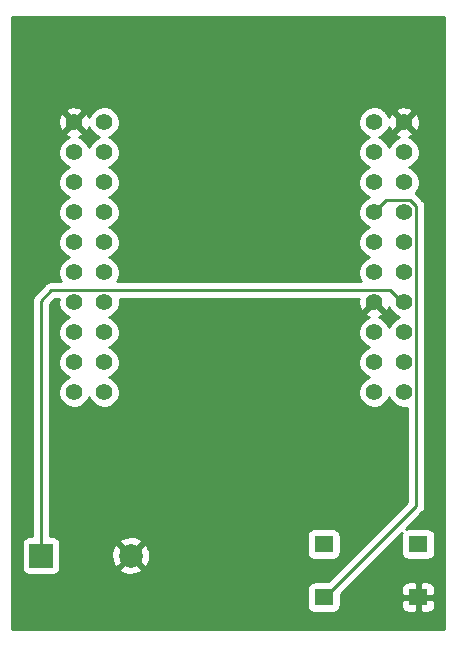
<source format=gtl>
%TF.GenerationSoftware,KiCad,Pcbnew,(5.1.9-0-10_14)*%
%TF.CreationDate,2021-02-20T18:52:58-05:00*%
%TF.ProjectId,beep_prototype,62656570-5f70-4726-9f74-6f747970652e,rev?*%
%TF.SameCoordinates,Original*%
%TF.FileFunction,Copper,L1,Top*%
%TF.FilePolarity,Positive*%
%FSLAX46Y46*%
G04 Gerber Fmt 4.6, Leading zero omitted, Abs format (unit mm)*
G04 Created by KiCad (PCBNEW (5.1.9-0-10_14)) date 2021-02-20 18:52:58*
%MOMM*%
%LPD*%
G01*
G04 APERTURE LIST*
%TA.AperFunction,ComponentPad*%
%ADD10C,1.400000*%
%TD*%
%TA.AperFunction,SMDPad,CuDef*%
%ADD11R,1.600000X1.400000*%
%TD*%
%TA.AperFunction,ComponentPad*%
%ADD12C,2.000000*%
%TD*%
%TA.AperFunction,ComponentPad*%
%ADD13R,2.000000X2.000000*%
%TD*%
%TA.AperFunction,Conductor*%
%ADD14C,0.250000*%
%TD*%
%TA.AperFunction,Conductor*%
%ADD15C,0.254000*%
%TD*%
%TA.AperFunction,Conductor*%
%ADD16C,0.100000*%
%TD*%
G04 APERTURE END LIST*
D10*
%TO.P,ESP32 DI Mini,2*%
%TO.N,Net-(U1-Pad2)*%
X132355000Y-85225000D03*
%TO.P,ESP32 DI Mini,1*%
%TO.N,GND*%
X129815000Y-85225000D03*
%TO.P,ESP32 DI Mini,3*%
%TO.N,Net-(U1-Pad3)*%
X129815000Y-87765000D03*
%TO.P,ESP32 DI Mini,4*%
%TO.N,Net-(U1-Pad4)*%
X132355000Y-87765000D03*
%TO.P,ESP32 DI Mini,5*%
%TO.N,Net-(U1-Pad5)*%
X129815000Y-90305000D03*
%TO.P,ESP32 DI Mini,6*%
%TO.N,Net-(U1-Pad6)*%
X132355000Y-90305000D03*
%TO.P,ESP32 DI Mini,7*%
%TO.N,Net-(U1-Pad7)*%
X129815000Y-92845000D03*
%TO.P,ESP32 DI Mini,8*%
%TO.N,Net-(U1-Pad8)*%
X132355000Y-92845000D03*
%TO.P,ESP32 DI Mini,9*%
%TO.N,Net-(U1-Pad9)*%
X129815000Y-95385000D03*
%TO.P,ESP32 DI Mini,10*%
%TO.N,Net-(U1-Pad10)*%
X132355000Y-95385000D03*
%TO.P,ESP32 DI Mini,11*%
%TO.N,Net-(U1-Pad11)*%
X129815000Y-97925000D03*
%TO.P,ESP32 DI Mini,12*%
%TO.N,Net-(U1-Pad12)*%
X132355000Y-97925000D03*
%TO.P,ESP32 DI Mini,13*%
%TO.N,Net-(U1-Pad13)*%
X129815000Y-100465000D03*
%TO.P,ESP32 DI Mini,14*%
%TO.N,Net-(U1-Pad14)*%
X132355000Y-100465000D03*
%TO.P,ESP32 DI Mini,15*%
%TO.N,Net-(U1-Pad15)*%
X129815000Y-103005000D03*
%TO.P,ESP32 DI Mini,16*%
%TO.N,Net-(U1-Pad16)*%
X132355000Y-103005000D03*
%TO.P,ESP32 DI Mini,17*%
%TO.N,Net-(U1-Pad17)*%
X129815000Y-105545000D03*
%TO.P,ESP32 DI Mini,18*%
%TO.N,Net-(U1-Pad18)*%
X132355000Y-105545000D03*
%TO.P,ESP32 DI Mini,19*%
%TO.N,Net-(U1-Pad19)*%
X129815000Y-108085000D03*
%TO.P,ESP32 DI Mini,20*%
%TO.N,Net-(U1-Pad20)*%
X132355000Y-108085000D03*
%TO.P,ESP32 DI Mini,21*%
%TO.N,Net-(U1-Pad21)*%
X155215000Y-85225000D03*
%TO.P,ESP32 DI Mini,22*%
%TO.N,GND*%
X157755000Y-85225000D03*
%TO.P,ESP32 DI Mini,23*%
%TO.N,Net-(U1-Pad23)*%
X155215000Y-87765000D03*
%TO.P,ESP32 DI Mini,24*%
%TO.N,Net-(U1-Pad24)*%
X157755000Y-87765000D03*
%TO.P,ESP32 DI Mini,25*%
%TO.N,Net-(U1-Pad25)*%
X155215000Y-90305000D03*
%TO.P,ESP32 DI Mini,26*%
%TO.N,Net-(U1-Pad26)*%
X157755000Y-90305000D03*
%TO.P,ESP32 DI Mini,27*%
%TO.N,Net-(SW1-Pad2)*%
X155215000Y-92845000D03*
%TO.P,ESP32 DI Mini,28*%
%TO.N,Net-(U1-Pad28)*%
X157755000Y-92845000D03*
%TO.P,ESP32 DI Mini,29*%
%TO.N,Net-(U1-Pad29)*%
X155215000Y-95385000D03*
%TO.P,ESP32 DI Mini,30*%
%TO.N,Net-(U1-Pad30)*%
X157755000Y-95385000D03*
%TO.P,ESP32 DI Mini,31*%
%TO.N,Net-(U1-Pad31)*%
X155215000Y-97925000D03*
%TO.P,ESP32 DI Mini,32*%
%TO.N,Net-(U1-Pad32)*%
X157755000Y-97925000D03*
%TO.P,ESP32 DI Mini,33*%
%TO.N,GND*%
X155215000Y-100465000D03*
%TO.P,ESP32 DI Mini,34*%
%TO.N,Net-(BZ1-Pad1)*%
X157755000Y-100465000D03*
%TO.P,ESP32 DI Mini,35*%
%TO.N,+5V*%
X155215000Y-103005000D03*
%TO.P,ESP32 DI Mini,36*%
%TO.N,Net-(U1-Pad36)*%
X157755000Y-103005000D03*
%TO.P,ESP32 DI Mini,37*%
%TO.N,Net-(U1-Pad37)*%
X155215000Y-105545000D03*
%TO.P,ESP32 DI Mini,38*%
%TO.N,Net-(U1-Pad38)*%
X157755000Y-105545000D03*
%TO.P,ESP32 DI Mini,39*%
%TO.N,Net-(U1-Pad39)*%
X155215000Y-108085000D03*
%TO.P,ESP32 DI Mini,40*%
%TO.N,Net-(U1-Pad40)*%
X157755000Y-108085000D03*
%TD*%
D11*
%TO.P,SW1,3*%
%TO.N,N/C*%
X158940000Y-120940000D03*
%TO.P,SW1,4*%
X150940000Y-120940000D03*
%TO.P,SW1,1*%
%TO.N,GND*%
X158940000Y-125440000D03*
%TO.P,SW1,2*%
%TO.N,Net-(SW1-Pad2)*%
X150940000Y-125440000D03*
%TD*%
D12*
%TO.P,BZ1,2*%
%TO.N,GND*%
X134600000Y-121920000D03*
D13*
%TO.P,BZ1,1*%
%TO.N,Net-(BZ1-Pad1)*%
X127000000Y-121920000D03*
%TD*%
D14*
%TO.N,Net-(BZ1-Pad1)*%
X127000000Y-121920000D02*
X127000000Y-100330000D01*
X157615000Y-100465000D02*
X157755000Y-100465000D01*
X156589999Y-99439999D02*
X157615000Y-100465000D01*
X127890001Y-99439999D02*
X156589999Y-99439999D01*
X127000000Y-100330000D02*
X127890001Y-99439999D01*
%TO.N,Net-(SW1-Pad2)*%
X150940000Y-125440000D02*
X150940000Y-125540000D01*
X156240001Y-91819999D02*
X155215000Y-92845000D01*
X158247001Y-91819999D02*
X156240001Y-91819999D01*
X158780001Y-92352999D02*
X158247001Y-91819999D01*
X158780001Y-117699999D02*
X158780001Y-92352999D01*
X150940000Y-125540000D02*
X158780001Y-117699999D01*
%TD*%
D15*
%TO.N,GND*%
X161163000Y-128143000D02*
X124587000Y-128143000D01*
X124587000Y-120920000D01*
X125361928Y-120920000D01*
X125361928Y-122920000D01*
X125374188Y-123044482D01*
X125410498Y-123164180D01*
X125469463Y-123274494D01*
X125548815Y-123371185D01*
X125645506Y-123450537D01*
X125755820Y-123509502D01*
X125875518Y-123545812D01*
X126000000Y-123558072D01*
X128000000Y-123558072D01*
X128124482Y-123545812D01*
X128244180Y-123509502D01*
X128354494Y-123450537D01*
X128451185Y-123371185D01*
X128530537Y-123274494D01*
X128589502Y-123164180D01*
X128622496Y-123055413D01*
X133644192Y-123055413D01*
X133739956Y-123319814D01*
X134029571Y-123460704D01*
X134341108Y-123542384D01*
X134662595Y-123561718D01*
X134981675Y-123517961D01*
X135286088Y-123412795D01*
X135460044Y-123319814D01*
X135555808Y-123055413D01*
X134600000Y-122099605D01*
X133644192Y-123055413D01*
X128622496Y-123055413D01*
X128625812Y-123044482D01*
X128638072Y-122920000D01*
X128638072Y-121982595D01*
X132958282Y-121982595D01*
X133002039Y-122301675D01*
X133107205Y-122606088D01*
X133200186Y-122780044D01*
X133464587Y-122875808D01*
X134420395Y-121920000D01*
X134779605Y-121920000D01*
X135735413Y-122875808D01*
X135999814Y-122780044D01*
X136140704Y-122490429D01*
X136222384Y-122178892D01*
X136241718Y-121857405D01*
X136197961Y-121538325D01*
X136092795Y-121233912D01*
X135999814Y-121059956D01*
X135735413Y-120964192D01*
X134779605Y-121920000D01*
X134420395Y-121920000D01*
X133464587Y-120964192D01*
X133200186Y-121059956D01*
X133059296Y-121349571D01*
X132977616Y-121661108D01*
X132958282Y-121982595D01*
X128638072Y-121982595D01*
X128638072Y-120920000D01*
X128625812Y-120795518D01*
X128622497Y-120784587D01*
X133644192Y-120784587D01*
X134600000Y-121740395D01*
X135555808Y-120784587D01*
X135460044Y-120520186D01*
X135170429Y-120379296D01*
X134858892Y-120297616D01*
X134537405Y-120278282D01*
X134218325Y-120322039D01*
X133913912Y-120427205D01*
X133739956Y-120520186D01*
X133644192Y-120784587D01*
X128622497Y-120784587D01*
X128589502Y-120675820D01*
X128530537Y-120565506D01*
X128451185Y-120468815D01*
X128354494Y-120389463D01*
X128244180Y-120330498D01*
X128124482Y-120294188D01*
X128000000Y-120281928D01*
X127760000Y-120281928D01*
X127760000Y-120240000D01*
X149501928Y-120240000D01*
X149501928Y-121640000D01*
X149514188Y-121764482D01*
X149550498Y-121884180D01*
X149609463Y-121994494D01*
X149688815Y-122091185D01*
X149785506Y-122170537D01*
X149895820Y-122229502D01*
X150015518Y-122265812D01*
X150140000Y-122278072D01*
X151740000Y-122278072D01*
X151864482Y-122265812D01*
X151984180Y-122229502D01*
X152094494Y-122170537D01*
X152191185Y-122091185D01*
X152270537Y-121994494D01*
X152329502Y-121884180D01*
X152365812Y-121764482D01*
X152378072Y-121640000D01*
X152378072Y-120240000D01*
X152365812Y-120115518D01*
X152329502Y-119995820D01*
X152270537Y-119885506D01*
X152191185Y-119788815D01*
X152094494Y-119709463D01*
X151984180Y-119650498D01*
X151864482Y-119614188D01*
X151740000Y-119601928D01*
X150140000Y-119601928D01*
X150015518Y-119614188D01*
X149895820Y-119650498D01*
X149785506Y-119709463D01*
X149688815Y-119788815D01*
X149609463Y-119885506D01*
X149550498Y-119995820D01*
X149514188Y-120115518D01*
X149501928Y-120240000D01*
X127760000Y-120240000D01*
X127760000Y-100644802D01*
X128204803Y-100199999D01*
X128506558Y-100199999D01*
X128480000Y-100333514D01*
X128480000Y-100596486D01*
X128531304Y-100854405D01*
X128631939Y-101097359D01*
X128778038Y-101316013D01*
X128963987Y-101501962D01*
X129182641Y-101648061D01*
X129392530Y-101735000D01*
X129182641Y-101821939D01*
X128963987Y-101968038D01*
X128778038Y-102153987D01*
X128631939Y-102372641D01*
X128531304Y-102615595D01*
X128480000Y-102873514D01*
X128480000Y-103136486D01*
X128531304Y-103394405D01*
X128631939Y-103637359D01*
X128778038Y-103856013D01*
X128963987Y-104041962D01*
X129182641Y-104188061D01*
X129392530Y-104275000D01*
X129182641Y-104361939D01*
X128963987Y-104508038D01*
X128778038Y-104693987D01*
X128631939Y-104912641D01*
X128531304Y-105155595D01*
X128480000Y-105413514D01*
X128480000Y-105676486D01*
X128531304Y-105934405D01*
X128631939Y-106177359D01*
X128778038Y-106396013D01*
X128963987Y-106581962D01*
X129182641Y-106728061D01*
X129392530Y-106815000D01*
X129182641Y-106901939D01*
X128963987Y-107048038D01*
X128778038Y-107233987D01*
X128631939Y-107452641D01*
X128531304Y-107695595D01*
X128480000Y-107953514D01*
X128480000Y-108216486D01*
X128531304Y-108474405D01*
X128631939Y-108717359D01*
X128778038Y-108936013D01*
X128963987Y-109121962D01*
X129182641Y-109268061D01*
X129425595Y-109368696D01*
X129683514Y-109420000D01*
X129946486Y-109420000D01*
X130204405Y-109368696D01*
X130447359Y-109268061D01*
X130666013Y-109121962D01*
X130851962Y-108936013D01*
X130998061Y-108717359D01*
X131085000Y-108507470D01*
X131171939Y-108717359D01*
X131318038Y-108936013D01*
X131503987Y-109121962D01*
X131722641Y-109268061D01*
X131965595Y-109368696D01*
X132223514Y-109420000D01*
X132486486Y-109420000D01*
X132744405Y-109368696D01*
X132987359Y-109268061D01*
X133206013Y-109121962D01*
X133391962Y-108936013D01*
X133538061Y-108717359D01*
X133638696Y-108474405D01*
X133690000Y-108216486D01*
X133690000Y-107953514D01*
X133638696Y-107695595D01*
X133538061Y-107452641D01*
X133391962Y-107233987D01*
X133206013Y-107048038D01*
X132987359Y-106901939D01*
X132777470Y-106815000D01*
X132987359Y-106728061D01*
X133206013Y-106581962D01*
X133391962Y-106396013D01*
X133538061Y-106177359D01*
X133638696Y-105934405D01*
X133690000Y-105676486D01*
X133690000Y-105413514D01*
X133638696Y-105155595D01*
X133538061Y-104912641D01*
X133391962Y-104693987D01*
X133206013Y-104508038D01*
X132987359Y-104361939D01*
X132777470Y-104275000D01*
X132987359Y-104188061D01*
X133206013Y-104041962D01*
X133391962Y-103856013D01*
X133538061Y-103637359D01*
X133638696Y-103394405D01*
X133690000Y-103136486D01*
X133690000Y-102873514D01*
X133638696Y-102615595D01*
X133538061Y-102372641D01*
X133391962Y-102153987D01*
X133206013Y-101968038D01*
X132987359Y-101821939D01*
X132777470Y-101735000D01*
X132987359Y-101648061D01*
X133206013Y-101501962D01*
X133391962Y-101316013D01*
X133538061Y-101097359D01*
X133638696Y-100854405D01*
X133690000Y-100596486D01*
X133690000Y-100333514D01*
X133663442Y-100199999D01*
X153905514Y-100199999D01*
X153886817Y-100276740D01*
X153875610Y-100539473D01*
X153915875Y-100799344D01*
X154006065Y-101046366D01*
X154059963Y-101147203D01*
X154293731Y-101206664D01*
X155035395Y-100465000D01*
X155021253Y-100450858D01*
X155200858Y-100271253D01*
X155215000Y-100285395D01*
X155229143Y-100271253D01*
X155408748Y-100450858D01*
X155394605Y-100465000D01*
X156136269Y-101206664D01*
X156370037Y-101147203D01*
X156480934Y-100908758D01*
X156485706Y-100889173D01*
X156571939Y-101097359D01*
X156718038Y-101316013D01*
X156903987Y-101501962D01*
X157122641Y-101648061D01*
X157332530Y-101735000D01*
X157122641Y-101821939D01*
X156903987Y-101968038D01*
X156718038Y-102153987D01*
X156571939Y-102372641D01*
X156485000Y-102582530D01*
X156398061Y-102372641D01*
X156251962Y-102153987D01*
X156066013Y-101968038D01*
X155847359Y-101821939D01*
X155633556Y-101733379D01*
X155796366Y-101673935D01*
X155897203Y-101620037D01*
X155956664Y-101386269D01*
X155215000Y-100644605D01*
X154473336Y-101386269D01*
X154532797Y-101620037D01*
X154771242Y-101730934D01*
X154790827Y-101735706D01*
X154582641Y-101821939D01*
X154363987Y-101968038D01*
X154178038Y-102153987D01*
X154031939Y-102372641D01*
X153931304Y-102615595D01*
X153880000Y-102873514D01*
X153880000Y-103136486D01*
X153931304Y-103394405D01*
X154031939Y-103637359D01*
X154178038Y-103856013D01*
X154363987Y-104041962D01*
X154582641Y-104188061D01*
X154792530Y-104275000D01*
X154582641Y-104361939D01*
X154363987Y-104508038D01*
X154178038Y-104693987D01*
X154031939Y-104912641D01*
X153931304Y-105155595D01*
X153880000Y-105413514D01*
X153880000Y-105676486D01*
X153931304Y-105934405D01*
X154031939Y-106177359D01*
X154178038Y-106396013D01*
X154363987Y-106581962D01*
X154582641Y-106728061D01*
X154792530Y-106815000D01*
X154582641Y-106901939D01*
X154363987Y-107048038D01*
X154178038Y-107233987D01*
X154031939Y-107452641D01*
X153931304Y-107695595D01*
X153880000Y-107953514D01*
X153880000Y-108216486D01*
X153931304Y-108474405D01*
X154031939Y-108717359D01*
X154178038Y-108936013D01*
X154363987Y-109121962D01*
X154582641Y-109268061D01*
X154825595Y-109368696D01*
X155083514Y-109420000D01*
X155346486Y-109420000D01*
X155604405Y-109368696D01*
X155847359Y-109268061D01*
X156066013Y-109121962D01*
X156251962Y-108936013D01*
X156398061Y-108717359D01*
X156485000Y-108507470D01*
X156571939Y-108717359D01*
X156718038Y-108936013D01*
X156903987Y-109121962D01*
X157122641Y-109268061D01*
X157365595Y-109368696D01*
X157623514Y-109420000D01*
X157886486Y-109420000D01*
X158020001Y-109393442D01*
X158020001Y-117385197D01*
X151303271Y-124101928D01*
X150140000Y-124101928D01*
X150015518Y-124114188D01*
X149895820Y-124150498D01*
X149785506Y-124209463D01*
X149688815Y-124288815D01*
X149609463Y-124385506D01*
X149550498Y-124495820D01*
X149514188Y-124615518D01*
X149501928Y-124740000D01*
X149501928Y-126140000D01*
X149514188Y-126264482D01*
X149550498Y-126384180D01*
X149609463Y-126494494D01*
X149688815Y-126591185D01*
X149785506Y-126670537D01*
X149895820Y-126729502D01*
X150015518Y-126765812D01*
X150140000Y-126778072D01*
X151740000Y-126778072D01*
X151864482Y-126765812D01*
X151984180Y-126729502D01*
X152094494Y-126670537D01*
X152191185Y-126591185D01*
X152270537Y-126494494D01*
X152329502Y-126384180D01*
X152365812Y-126264482D01*
X152378072Y-126140000D01*
X157501928Y-126140000D01*
X157514188Y-126264482D01*
X157550498Y-126384180D01*
X157609463Y-126494494D01*
X157688815Y-126591185D01*
X157785506Y-126670537D01*
X157895820Y-126729502D01*
X158015518Y-126765812D01*
X158140000Y-126778072D01*
X158654250Y-126775000D01*
X158813000Y-126616250D01*
X158813000Y-125567000D01*
X159067000Y-125567000D01*
X159067000Y-126616250D01*
X159225750Y-126775000D01*
X159740000Y-126778072D01*
X159864482Y-126765812D01*
X159984180Y-126729502D01*
X160094494Y-126670537D01*
X160191185Y-126591185D01*
X160270537Y-126494494D01*
X160329502Y-126384180D01*
X160365812Y-126264482D01*
X160378072Y-126140000D01*
X160375000Y-125725750D01*
X160216250Y-125567000D01*
X159067000Y-125567000D01*
X158813000Y-125567000D01*
X157663750Y-125567000D01*
X157505000Y-125725750D01*
X157501928Y-126140000D01*
X152378072Y-126140000D01*
X152378072Y-125176729D01*
X152814801Y-124740000D01*
X157501928Y-124740000D01*
X157505000Y-125154250D01*
X157663750Y-125313000D01*
X158813000Y-125313000D01*
X158813000Y-124263750D01*
X159067000Y-124263750D01*
X159067000Y-125313000D01*
X160216250Y-125313000D01*
X160375000Y-125154250D01*
X160378072Y-124740000D01*
X160365812Y-124615518D01*
X160329502Y-124495820D01*
X160270537Y-124385506D01*
X160191185Y-124288815D01*
X160094494Y-124209463D01*
X159984180Y-124150498D01*
X159864482Y-124114188D01*
X159740000Y-124101928D01*
X159225750Y-124105000D01*
X159067000Y-124263750D01*
X158813000Y-124263750D01*
X158654250Y-124105000D01*
X158140000Y-124101928D01*
X158015518Y-124114188D01*
X157895820Y-124150498D01*
X157785506Y-124209463D01*
X157688815Y-124288815D01*
X157609463Y-124385506D01*
X157550498Y-124495820D01*
X157514188Y-124615518D01*
X157501928Y-124740000D01*
X152814801Y-124740000D01*
X157546804Y-120007998D01*
X157514188Y-120115518D01*
X157501928Y-120240000D01*
X157501928Y-121640000D01*
X157514188Y-121764482D01*
X157550498Y-121884180D01*
X157609463Y-121994494D01*
X157688815Y-122091185D01*
X157785506Y-122170537D01*
X157895820Y-122229502D01*
X158015518Y-122265812D01*
X158140000Y-122278072D01*
X159740000Y-122278072D01*
X159864482Y-122265812D01*
X159984180Y-122229502D01*
X160094494Y-122170537D01*
X160191185Y-122091185D01*
X160270537Y-121994494D01*
X160329502Y-121884180D01*
X160365812Y-121764482D01*
X160378072Y-121640000D01*
X160378072Y-120240000D01*
X160365812Y-120115518D01*
X160329502Y-119995820D01*
X160270537Y-119885506D01*
X160191185Y-119788815D01*
X160094494Y-119709463D01*
X159984180Y-119650498D01*
X159864482Y-119614188D01*
X159740000Y-119601928D01*
X158140000Y-119601928D01*
X158015518Y-119614188D01*
X157907998Y-119646804D01*
X159291005Y-118263797D01*
X159320002Y-118240000D01*
X159414975Y-118124275D01*
X159485547Y-117992246D01*
X159529004Y-117848985D01*
X159540001Y-117737332D01*
X159540001Y-117737324D01*
X159543677Y-117699999D01*
X159540001Y-117662674D01*
X159540001Y-92390322D01*
X159543677Y-92352999D01*
X159540001Y-92315676D01*
X159540001Y-92315666D01*
X159529004Y-92204013D01*
X159485547Y-92060752D01*
X159414975Y-91928723D01*
X159320002Y-91812998D01*
X159291003Y-91789199D01*
X158810804Y-91309001D01*
X158787002Y-91279998D01*
X158721628Y-91226347D01*
X158791962Y-91156013D01*
X158938061Y-90937359D01*
X159038696Y-90694405D01*
X159090000Y-90436486D01*
X159090000Y-90173514D01*
X159038696Y-89915595D01*
X158938061Y-89672641D01*
X158791962Y-89453987D01*
X158606013Y-89268038D01*
X158387359Y-89121939D01*
X158177470Y-89035000D01*
X158387359Y-88948061D01*
X158606013Y-88801962D01*
X158791962Y-88616013D01*
X158938061Y-88397359D01*
X159038696Y-88154405D01*
X159090000Y-87896486D01*
X159090000Y-87633514D01*
X159038696Y-87375595D01*
X158938061Y-87132641D01*
X158791962Y-86913987D01*
X158606013Y-86728038D01*
X158387359Y-86581939D01*
X158173556Y-86493379D01*
X158336366Y-86433935D01*
X158437203Y-86380037D01*
X158496664Y-86146269D01*
X157755000Y-85404605D01*
X157013336Y-86146269D01*
X157072797Y-86380037D01*
X157311242Y-86490934D01*
X157330827Y-86495706D01*
X157122641Y-86581939D01*
X156903987Y-86728038D01*
X156718038Y-86913987D01*
X156571939Y-87132641D01*
X156485000Y-87342530D01*
X156398061Y-87132641D01*
X156251962Y-86913987D01*
X156066013Y-86728038D01*
X155847359Y-86581939D01*
X155637470Y-86495000D01*
X155847359Y-86408061D01*
X156066013Y-86261962D01*
X156251962Y-86076013D01*
X156398061Y-85857359D01*
X156486621Y-85643556D01*
X156546065Y-85806366D01*
X156599963Y-85907203D01*
X156833731Y-85966664D01*
X157575395Y-85225000D01*
X157934605Y-85225000D01*
X158676269Y-85966664D01*
X158910037Y-85907203D01*
X159020934Y-85668758D01*
X159083183Y-85413260D01*
X159094390Y-85150527D01*
X159054125Y-84890656D01*
X158963935Y-84643634D01*
X158910037Y-84542797D01*
X158676269Y-84483336D01*
X157934605Y-85225000D01*
X157575395Y-85225000D01*
X156833731Y-84483336D01*
X156599963Y-84542797D01*
X156489066Y-84781242D01*
X156484294Y-84800827D01*
X156398061Y-84592641D01*
X156251962Y-84373987D01*
X156181706Y-84303731D01*
X157013336Y-84303731D01*
X157755000Y-85045395D01*
X158496664Y-84303731D01*
X158437203Y-84069963D01*
X158198758Y-83959066D01*
X157943260Y-83896817D01*
X157680527Y-83885610D01*
X157420656Y-83925875D01*
X157173634Y-84016065D01*
X157072797Y-84069963D01*
X157013336Y-84303731D01*
X156181706Y-84303731D01*
X156066013Y-84188038D01*
X155847359Y-84041939D01*
X155604405Y-83941304D01*
X155346486Y-83890000D01*
X155083514Y-83890000D01*
X154825595Y-83941304D01*
X154582641Y-84041939D01*
X154363987Y-84188038D01*
X154178038Y-84373987D01*
X154031939Y-84592641D01*
X153931304Y-84835595D01*
X153880000Y-85093514D01*
X153880000Y-85356486D01*
X153931304Y-85614405D01*
X154031939Y-85857359D01*
X154178038Y-86076013D01*
X154363987Y-86261962D01*
X154582641Y-86408061D01*
X154792530Y-86495000D01*
X154582641Y-86581939D01*
X154363987Y-86728038D01*
X154178038Y-86913987D01*
X154031939Y-87132641D01*
X153931304Y-87375595D01*
X153880000Y-87633514D01*
X153880000Y-87896486D01*
X153931304Y-88154405D01*
X154031939Y-88397359D01*
X154178038Y-88616013D01*
X154363987Y-88801962D01*
X154582641Y-88948061D01*
X154792530Y-89035000D01*
X154582641Y-89121939D01*
X154363987Y-89268038D01*
X154178038Y-89453987D01*
X154031939Y-89672641D01*
X153931304Y-89915595D01*
X153880000Y-90173514D01*
X153880000Y-90436486D01*
X153931304Y-90694405D01*
X154031939Y-90937359D01*
X154178038Y-91156013D01*
X154363987Y-91341962D01*
X154582641Y-91488061D01*
X154792530Y-91575000D01*
X154582641Y-91661939D01*
X154363987Y-91808038D01*
X154178038Y-91993987D01*
X154031939Y-92212641D01*
X153931304Y-92455595D01*
X153880000Y-92713514D01*
X153880000Y-92976486D01*
X153931304Y-93234405D01*
X154031939Y-93477359D01*
X154178038Y-93696013D01*
X154363987Y-93881962D01*
X154582641Y-94028061D01*
X154792530Y-94115000D01*
X154582641Y-94201939D01*
X154363987Y-94348038D01*
X154178038Y-94533987D01*
X154031939Y-94752641D01*
X153931304Y-94995595D01*
X153880000Y-95253514D01*
X153880000Y-95516486D01*
X153931304Y-95774405D01*
X154031939Y-96017359D01*
X154178038Y-96236013D01*
X154363987Y-96421962D01*
X154582641Y-96568061D01*
X154792530Y-96655000D01*
X154582641Y-96741939D01*
X154363987Y-96888038D01*
X154178038Y-97073987D01*
X154031939Y-97292641D01*
X153931304Y-97535595D01*
X153880000Y-97793514D01*
X153880000Y-98056486D01*
X153931304Y-98314405D01*
X154031939Y-98557359D01*
X154113884Y-98679999D01*
X133456116Y-98679999D01*
X133538061Y-98557359D01*
X133638696Y-98314405D01*
X133690000Y-98056486D01*
X133690000Y-97793514D01*
X133638696Y-97535595D01*
X133538061Y-97292641D01*
X133391962Y-97073987D01*
X133206013Y-96888038D01*
X132987359Y-96741939D01*
X132777470Y-96655000D01*
X132987359Y-96568061D01*
X133206013Y-96421962D01*
X133391962Y-96236013D01*
X133538061Y-96017359D01*
X133638696Y-95774405D01*
X133690000Y-95516486D01*
X133690000Y-95253514D01*
X133638696Y-94995595D01*
X133538061Y-94752641D01*
X133391962Y-94533987D01*
X133206013Y-94348038D01*
X132987359Y-94201939D01*
X132777470Y-94115000D01*
X132987359Y-94028061D01*
X133206013Y-93881962D01*
X133391962Y-93696013D01*
X133538061Y-93477359D01*
X133638696Y-93234405D01*
X133690000Y-92976486D01*
X133690000Y-92713514D01*
X133638696Y-92455595D01*
X133538061Y-92212641D01*
X133391962Y-91993987D01*
X133206013Y-91808038D01*
X132987359Y-91661939D01*
X132777470Y-91575000D01*
X132987359Y-91488061D01*
X133206013Y-91341962D01*
X133391962Y-91156013D01*
X133538061Y-90937359D01*
X133638696Y-90694405D01*
X133690000Y-90436486D01*
X133690000Y-90173514D01*
X133638696Y-89915595D01*
X133538061Y-89672641D01*
X133391962Y-89453987D01*
X133206013Y-89268038D01*
X132987359Y-89121939D01*
X132777470Y-89035000D01*
X132987359Y-88948061D01*
X133206013Y-88801962D01*
X133391962Y-88616013D01*
X133538061Y-88397359D01*
X133638696Y-88154405D01*
X133690000Y-87896486D01*
X133690000Y-87633514D01*
X133638696Y-87375595D01*
X133538061Y-87132641D01*
X133391962Y-86913987D01*
X133206013Y-86728038D01*
X132987359Y-86581939D01*
X132777470Y-86495000D01*
X132987359Y-86408061D01*
X133206013Y-86261962D01*
X133391962Y-86076013D01*
X133538061Y-85857359D01*
X133638696Y-85614405D01*
X133690000Y-85356486D01*
X133690000Y-85093514D01*
X133638696Y-84835595D01*
X133538061Y-84592641D01*
X133391962Y-84373987D01*
X133206013Y-84188038D01*
X132987359Y-84041939D01*
X132744405Y-83941304D01*
X132486486Y-83890000D01*
X132223514Y-83890000D01*
X131965595Y-83941304D01*
X131722641Y-84041939D01*
X131503987Y-84188038D01*
X131318038Y-84373987D01*
X131171939Y-84592641D01*
X131083379Y-84806444D01*
X131023935Y-84643634D01*
X130970037Y-84542797D01*
X130736269Y-84483336D01*
X129994605Y-85225000D01*
X130736269Y-85966664D01*
X130970037Y-85907203D01*
X131080934Y-85668758D01*
X131085706Y-85649173D01*
X131171939Y-85857359D01*
X131318038Y-86076013D01*
X131503987Y-86261962D01*
X131722641Y-86408061D01*
X131932530Y-86495000D01*
X131722641Y-86581939D01*
X131503987Y-86728038D01*
X131318038Y-86913987D01*
X131171939Y-87132641D01*
X131085000Y-87342530D01*
X130998061Y-87132641D01*
X130851962Y-86913987D01*
X130666013Y-86728038D01*
X130447359Y-86581939D01*
X130233556Y-86493379D01*
X130396366Y-86433935D01*
X130497203Y-86380037D01*
X130556664Y-86146269D01*
X129815000Y-85404605D01*
X129073336Y-86146269D01*
X129132797Y-86380037D01*
X129371242Y-86490934D01*
X129390827Y-86495706D01*
X129182641Y-86581939D01*
X128963987Y-86728038D01*
X128778038Y-86913987D01*
X128631939Y-87132641D01*
X128531304Y-87375595D01*
X128480000Y-87633514D01*
X128480000Y-87896486D01*
X128531304Y-88154405D01*
X128631939Y-88397359D01*
X128778038Y-88616013D01*
X128963987Y-88801962D01*
X129182641Y-88948061D01*
X129392530Y-89035000D01*
X129182641Y-89121939D01*
X128963987Y-89268038D01*
X128778038Y-89453987D01*
X128631939Y-89672641D01*
X128531304Y-89915595D01*
X128480000Y-90173514D01*
X128480000Y-90436486D01*
X128531304Y-90694405D01*
X128631939Y-90937359D01*
X128778038Y-91156013D01*
X128963987Y-91341962D01*
X129182641Y-91488061D01*
X129392530Y-91575000D01*
X129182641Y-91661939D01*
X128963987Y-91808038D01*
X128778038Y-91993987D01*
X128631939Y-92212641D01*
X128531304Y-92455595D01*
X128480000Y-92713514D01*
X128480000Y-92976486D01*
X128531304Y-93234405D01*
X128631939Y-93477359D01*
X128778038Y-93696013D01*
X128963987Y-93881962D01*
X129182641Y-94028061D01*
X129392530Y-94115000D01*
X129182641Y-94201939D01*
X128963987Y-94348038D01*
X128778038Y-94533987D01*
X128631939Y-94752641D01*
X128531304Y-94995595D01*
X128480000Y-95253514D01*
X128480000Y-95516486D01*
X128531304Y-95774405D01*
X128631939Y-96017359D01*
X128778038Y-96236013D01*
X128963987Y-96421962D01*
X129182641Y-96568061D01*
X129392530Y-96655000D01*
X129182641Y-96741939D01*
X128963987Y-96888038D01*
X128778038Y-97073987D01*
X128631939Y-97292641D01*
X128531304Y-97535595D01*
X128480000Y-97793514D01*
X128480000Y-98056486D01*
X128531304Y-98314405D01*
X128631939Y-98557359D01*
X128713884Y-98679999D01*
X127927323Y-98679999D01*
X127890000Y-98676323D01*
X127852677Y-98679999D01*
X127852668Y-98679999D01*
X127741015Y-98690996D01*
X127597754Y-98734453D01*
X127465725Y-98805025D01*
X127465723Y-98805026D01*
X127465724Y-98805026D01*
X127378997Y-98876200D01*
X127378993Y-98876204D01*
X127350000Y-98899998D01*
X127326206Y-98928991D01*
X126488998Y-99766201D01*
X126460000Y-99789999D01*
X126436202Y-99818997D01*
X126436201Y-99818998D01*
X126365026Y-99905724D01*
X126294454Y-100037754D01*
X126250998Y-100181015D01*
X126236324Y-100330000D01*
X126240001Y-100367333D01*
X126240000Y-120281928D01*
X126000000Y-120281928D01*
X125875518Y-120294188D01*
X125755820Y-120330498D01*
X125645506Y-120389463D01*
X125548815Y-120468815D01*
X125469463Y-120565506D01*
X125410498Y-120675820D01*
X125374188Y-120795518D01*
X125361928Y-120920000D01*
X124587000Y-120920000D01*
X124587000Y-85299473D01*
X128475610Y-85299473D01*
X128515875Y-85559344D01*
X128606065Y-85806366D01*
X128659963Y-85907203D01*
X128893731Y-85966664D01*
X129635395Y-85225000D01*
X128893731Y-84483336D01*
X128659963Y-84542797D01*
X128549066Y-84781242D01*
X128486817Y-85036740D01*
X128475610Y-85299473D01*
X124587000Y-85299473D01*
X124587000Y-84303731D01*
X129073336Y-84303731D01*
X129815000Y-85045395D01*
X130556664Y-84303731D01*
X130497203Y-84069963D01*
X130258758Y-83959066D01*
X130003260Y-83896817D01*
X129740527Y-83885610D01*
X129480656Y-83925875D01*
X129233634Y-84016065D01*
X129132797Y-84069963D01*
X129073336Y-84303731D01*
X124587000Y-84303731D01*
X124587000Y-76327000D01*
X161163000Y-76327000D01*
X161163000Y-128143000D01*
%TA.AperFunction,Conductor*%
D16*
G36*
X161163000Y-128143000D02*
G01*
X124587000Y-128143000D01*
X124587000Y-120920000D01*
X125361928Y-120920000D01*
X125361928Y-122920000D01*
X125374188Y-123044482D01*
X125410498Y-123164180D01*
X125469463Y-123274494D01*
X125548815Y-123371185D01*
X125645506Y-123450537D01*
X125755820Y-123509502D01*
X125875518Y-123545812D01*
X126000000Y-123558072D01*
X128000000Y-123558072D01*
X128124482Y-123545812D01*
X128244180Y-123509502D01*
X128354494Y-123450537D01*
X128451185Y-123371185D01*
X128530537Y-123274494D01*
X128589502Y-123164180D01*
X128622496Y-123055413D01*
X133644192Y-123055413D01*
X133739956Y-123319814D01*
X134029571Y-123460704D01*
X134341108Y-123542384D01*
X134662595Y-123561718D01*
X134981675Y-123517961D01*
X135286088Y-123412795D01*
X135460044Y-123319814D01*
X135555808Y-123055413D01*
X134600000Y-122099605D01*
X133644192Y-123055413D01*
X128622496Y-123055413D01*
X128625812Y-123044482D01*
X128638072Y-122920000D01*
X128638072Y-121982595D01*
X132958282Y-121982595D01*
X133002039Y-122301675D01*
X133107205Y-122606088D01*
X133200186Y-122780044D01*
X133464587Y-122875808D01*
X134420395Y-121920000D01*
X134779605Y-121920000D01*
X135735413Y-122875808D01*
X135999814Y-122780044D01*
X136140704Y-122490429D01*
X136222384Y-122178892D01*
X136241718Y-121857405D01*
X136197961Y-121538325D01*
X136092795Y-121233912D01*
X135999814Y-121059956D01*
X135735413Y-120964192D01*
X134779605Y-121920000D01*
X134420395Y-121920000D01*
X133464587Y-120964192D01*
X133200186Y-121059956D01*
X133059296Y-121349571D01*
X132977616Y-121661108D01*
X132958282Y-121982595D01*
X128638072Y-121982595D01*
X128638072Y-120920000D01*
X128625812Y-120795518D01*
X128622497Y-120784587D01*
X133644192Y-120784587D01*
X134600000Y-121740395D01*
X135555808Y-120784587D01*
X135460044Y-120520186D01*
X135170429Y-120379296D01*
X134858892Y-120297616D01*
X134537405Y-120278282D01*
X134218325Y-120322039D01*
X133913912Y-120427205D01*
X133739956Y-120520186D01*
X133644192Y-120784587D01*
X128622497Y-120784587D01*
X128589502Y-120675820D01*
X128530537Y-120565506D01*
X128451185Y-120468815D01*
X128354494Y-120389463D01*
X128244180Y-120330498D01*
X128124482Y-120294188D01*
X128000000Y-120281928D01*
X127760000Y-120281928D01*
X127760000Y-120240000D01*
X149501928Y-120240000D01*
X149501928Y-121640000D01*
X149514188Y-121764482D01*
X149550498Y-121884180D01*
X149609463Y-121994494D01*
X149688815Y-122091185D01*
X149785506Y-122170537D01*
X149895820Y-122229502D01*
X150015518Y-122265812D01*
X150140000Y-122278072D01*
X151740000Y-122278072D01*
X151864482Y-122265812D01*
X151984180Y-122229502D01*
X152094494Y-122170537D01*
X152191185Y-122091185D01*
X152270537Y-121994494D01*
X152329502Y-121884180D01*
X152365812Y-121764482D01*
X152378072Y-121640000D01*
X152378072Y-120240000D01*
X152365812Y-120115518D01*
X152329502Y-119995820D01*
X152270537Y-119885506D01*
X152191185Y-119788815D01*
X152094494Y-119709463D01*
X151984180Y-119650498D01*
X151864482Y-119614188D01*
X151740000Y-119601928D01*
X150140000Y-119601928D01*
X150015518Y-119614188D01*
X149895820Y-119650498D01*
X149785506Y-119709463D01*
X149688815Y-119788815D01*
X149609463Y-119885506D01*
X149550498Y-119995820D01*
X149514188Y-120115518D01*
X149501928Y-120240000D01*
X127760000Y-120240000D01*
X127760000Y-100644802D01*
X128204803Y-100199999D01*
X128506558Y-100199999D01*
X128480000Y-100333514D01*
X128480000Y-100596486D01*
X128531304Y-100854405D01*
X128631939Y-101097359D01*
X128778038Y-101316013D01*
X128963987Y-101501962D01*
X129182641Y-101648061D01*
X129392530Y-101735000D01*
X129182641Y-101821939D01*
X128963987Y-101968038D01*
X128778038Y-102153987D01*
X128631939Y-102372641D01*
X128531304Y-102615595D01*
X128480000Y-102873514D01*
X128480000Y-103136486D01*
X128531304Y-103394405D01*
X128631939Y-103637359D01*
X128778038Y-103856013D01*
X128963987Y-104041962D01*
X129182641Y-104188061D01*
X129392530Y-104275000D01*
X129182641Y-104361939D01*
X128963987Y-104508038D01*
X128778038Y-104693987D01*
X128631939Y-104912641D01*
X128531304Y-105155595D01*
X128480000Y-105413514D01*
X128480000Y-105676486D01*
X128531304Y-105934405D01*
X128631939Y-106177359D01*
X128778038Y-106396013D01*
X128963987Y-106581962D01*
X129182641Y-106728061D01*
X129392530Y-106815000D01*
X129182641Y-106901939D01*
X128963987Y-107048038D01*
X128778038Y-107233987D01*
X128631939Y-107452641D01*
X128531304Y-107695595D01*
X128480000Y-107953514D01*
X128480000Y-108216486D01*
X128531304Y-108474405D01*
X128631939Y-108717359D01*
X128778038Y-108936013D01*
X128963987Y-109121962D01*
X129182641Y-109268061D01*
X129425595Y-109368696D01*
X129683514Y-109420000D01*
X129946486Y-109420000D01*
X130204405Y-109368696D01*
X130447359Y-109268061D01*
X130666013Y-109121962D01*
X130851962Y-108936013D01*
X130998061Y-108717359D01*
X131085000Y-108507470D01*
X131171939Y-108717359D01*
X131318038Y-108936013D01*
X131503987Y-109121962D01*
X131722641Y-109268061D01*
X131965595Y-109368696D01*
X132223514Y-109420000D01*
X132486486Y-109420000D01*
X132744405Y-109368696D01*
X132987359Y-109268061D01*
X133206013Y-109121962D01*
X133391962Y-108936013D01*
X133538061Y-108717359D01*
X133638696Y-108474405D01*
X133690000Y-108216486D01*
X133690000Y-107953514D01*
X133638696Y-107695595D01*
X133538061Y-107452641D01*
X133391962Y-107233987D01*
X133206013Y-107048038D01*
X132987359Y-106901939D01*
X132777470Y-106815000D01*
X132987359Y-106728061D01*
X133206013Y-106581962D01*
X133391962Y-106396013D01*
X133538061Y-106177359D01*
X133638696Y-105934405D01*
X133690000Y-105676486D01*
X133690000Y-105413514D01*
X133638696Y-105155595D01*
X133538061Y-104912641D01*
X133391962Y-104693987D01*
X133206013Y-104508038D01*
X132987359Y-104361939D01*
X132777470Y-104275000D01*
X132987359Y-104188061D01*
X133206013Y-104041962D01*
X133391962Y-103856013D01*
X133538061Y-103637359D01*
X133638696Y-103394405D01*
X133690000Y-103136486D01*
X133690000Y-102873514D01*
X133638696Y-102615595D01*
X133538061Y-102372641D01*
X133391962Y-102153987D01*
X133206013Y-101968038D01*
X132987359Y-101821939D01*
X132777470Y-101735000D01*
X132987359Y-101648061D01*
X133206013Y-101501962D01*
X133391962Y-101316013D01*
X133538061Y-101097359D01*
X133638696Y-100854405D01*
X133690000Y-100596486D01*
X133690000Y-100333514D01*
X133663442Y-100199999D01*
X153905514Y-100199999D01*
X153886817Y-100276740D01*
X153875610Y-100539473D01*
X153915875Y-100799344D01*
X154006065Y-101046366D01*
X154059963Y-101147203D01*
X154293731Y-101206664D01*
X155035395Y-100465000D01*
X155021253Y-100450858D01*
X155200858Y-100271253D01*
X155215000Y-100285395D01*
X155229143Y-100271253D01*
X155408748Y-100450858D01*
X155394605Y-100465000D01*
X156136269Y-101206664D01*
X156370037Y-101147203D01*
X156480934Y-100908758D01*
X156485706Y-100889173D01*
X156571939Y-101097359D01*
X156718038Y-101316013D01*
X156903987Y-101501962D01*
X157122641Y-101648061D01*
X157332530Y-101735000D01*
X157122641Y-101821939D01*
X156903987Y-101968038D01*
X156718038Y-102153987D01*
X156571939Y-102372641D01*
X156485000Y-102582530D01*
X156398061Y-102372641D01*
X156251962Y-102153987D01*
X156066013Y-101968038D01*
X155847359Y-101821939D01*
X155633556Y-101733379D01*
X155796366Y-101673935D01*
X155897203Y-101620037D01*
X155956664Y-101386269D01*
X155215000Y-100644605D01*
X154473336Y-101386269D01*
X154532797Y-101620037D01*
X154771242Y-101730934D01*
X154790827Y-101735706D01*
X154582641Y-101821939D01*
X154363987Y-101968038D01*
X154178038Y-102153987D01*
X154031939Y-102372641D01*
X153931304Y-102615595D01*
X153880000Y-102873514D01*
X153880000Y-103136486D01*
X153931304Y-103394405D01*
X154031939Y-103637359D01*
X154178038Y-103856013D01*
X154363987Y-104041962D01*
X154582641Y-104188061D01*
X154792530Y-104275000D01*
X154582641Y-104361939D01*
X154363987Y-104508038D01*
X154178038Y-104693987D01*
X154031939Y-104912641D01*
X153931304Y-105155595D01*
X153880000Y-105413514D01*
X153880000Y-105676486D01*
X153931304Y-105934405D01*
X154031939Y-106177359D01*
X154178038Y-106396013D01*
X154363987Y-106581962D01*
X154582641Y-106728061D01*
X154792530Y-106815000D01*
X154582641Y-106901939D01*
X154363987Y-107048038D01*
X154178038Y-107233987D01*
X154031939Y-107452641D01*
X153931304Y-107695595D01*
X153880000Y-107953514D01*
X153880000Y-108216486D01*
X153931304Y-108474405D01*
X154031939Y-108717359D01*
X154178038Y-108936013D01*
X154363987Y-109121962D01*
X154582641Y-109268061D01*
X154825595Y-109368696D01*
X155083514Y-109420000D01*
X155346486Y-109420000D01*
X155604405Y-109368696D01*
X155847359Y-109268061D01*
X156066013Y-109121962D01*
X156251962Y-108936013D01*
X156398061Y-108717359D01*
X156485000Y-108507470D01*
X156571939Y-108717359D01*
X156718038Y-108936013D01*
X156903987Y-109121962D01*
X157122641Y-109268061D01*
X157365595Y-109368696D01*
X157623514Y-109420000D01*
X157886486Y-109420000D01*
X158020001Y-109393442D01*
X158020001Y-117385197D01*
X151303271Y-124101928D01*
X150140000Y-124101928D01*
X150015518Y-124114188D01*
X149895820Y-124150498D01*
X149785506Y-124209463D01*
X149688815Y-124288815D01*
X149609463Y-124385506D01*
X149550498Y-124495820D01*
X149514188Y-124615518D01*
X149501928Y-124740000D01*
X149501928Y-126140000D01*
X149514188Y-126264482D01*
X149550498Y-126384180D01*
X149609463Y-126494494D01*
X149688815Y-126591185D01*
X149785506Y-126670537D01*
X149895820Y-126729502D01*
X150015518Y-126765812D01*
X150140000Y-126778072D01*
X151740000Y-126778072D01*
X151864482Y-126765812D01*
X151984180Y-126729502D01*
X152094494Y-126670537D01*
X152191185Y-126591185D01*
X152270537Y-126494494D01*
X152329502Y-126384180D01*
X152365812Y-126264482D01*
X152378072Y-126140000D01*
X157501928Y-126140000D01*
X157514188Y-126264482D01*
X157550498Y-126384180D01*
X157609463Y-126494494D01*
X157688815Y-126591185D01*
X157785506Y-126670537D01*
X157895820Y-126729502D01*
X158015518Y-126765812D01*
X158140000Y-126778072D01*
X158654250Y-126775000D01*
X158813000Y-126616250D01*
X158813000Y-125567000D01*
X159067000Y-125567000D01*
X159067000Y-126616250D01*
X159225750Y-126775000D01*
X159740000Y-126778072D01*
X159864482Y-126765812D01*
X159984180Y-126729502D01*
X160094494Y-126670537D01*
X160191185Y-126591185D01*
X160270537Y-126494494D01*
X160329502Y-126384180D01*
X160365812Y-126264482D01*
X160378072Y-126140000D01*
X160375000Y-125725750D01*
X160216250Y-125567000D01*
X159067000Y-125567000D01*
X158813000Y-125567000D01*
X157663750Y-125567000D01*
X157505000Y-125725750D01*
X157501928Y-126140000D01*
X152378072Y-126140000D01*
X152378072Y-125176729D01*
X152814801Y-124740000D01*
X157501928Y-124740000D01*
X157505000Y-125154250D01*
X157663750Y-125313000D01*
X158813000Y-125313000D01*
X158813000Y-124263750D01*
X159067000Y-124263750D01*
X159067000Y-125313000D01*
X160216250Y-125313000D01*
X160375000Y-125154250D01*
X160378072Y-124740000D01*
X160365812Y-124615518D01*
X160329502Y-124495820D01*
X160270537Y-124385506D01*
X160191185Y-124288815D01*
X160094494Y-124209463D01*
X159984180Y-124150498D01*
X159864482Y-124114188D01*
X159740000Y-124101928D01*
X159225750Y-124105000D01*
X159067000Y-124263750D01*
X158813000Y-124263750D01*
X158654250Y-124105000D01*
X158140000Y-124101928D01*
X158015518Y-124114188D01*
X157895820Y-124150498D01*
X157785506Y-124209463D01*
X157688815Y-124288815D01*
X157609463Y-124385506D01*
X157550498Y-124495820D01*
X157514188Y-124615518D01*
X157501928Y-124740000D01*
X152814801Y-124740000D01*
X157546804Y-120007998D01*
X157514188Y-120115518D01*
X157501928Y-120240000D01*
X157501928Y-121640000D01*
X157514188Y-121764482D01*
X157550498Y-121884180D01*
X157609463Y-121994494D01*
X157688815Y-122091185D01*
X157785506Y-122170537D01*
X157895820Y-122229502D01*
X158015518Y-122265812D01*
X158140000Y-122278072D01*
X159740000Y-122278072D01*
X159864482Y-122265812D01*
X159984180Y-122229502D01*
X160094494Y-122170537D01*
X160191185Y-122091185D01*
X160270537Y-121994494D01*
X160329502Y-121884180D01*
X160365812Y-121764482D01*
X160378072Y-121640000D01*
X160378072Y-120240000D01*
X160365812Y-120115518D01*
X160329502Y-119995820D01*
X160270537Y-119885506D01*
X160191185Y-119788815D01*
X160094494Y-119709463D01*
X159984180Y-119650498D01*
X159864482Y-119614188D01*
X159740000Y-119601928D01*
X158140000Y-119601928D01*
X158015518Y-119614188D01*
X157907998Y-119646804D01*
X159291005Y-118263797D01*
X159320002Y-118240000D01*
X159414975Y-118124275D01*
X159485547Y-117992246D01*
X159529004Y-117848985D01*
X159540001Y-117737332D01*
X159540001Y-117737324D01*
X159543677Y-117699999D01*
X159540001Y-117662674D01*
X159540001Y-92390322D01*
X159543677Y-92352999D01*
X159540001Y-92315676D01*
X159540001Y-92315666D01*
X159529004Y-92204013D01*
X159485547Y-92060752D01*
X159414975Y-91928723D01*
X159320002Y-91812998D01*
X159291003Y-91789199D01*
X158810804Y-91309001D01*
X158787002Y-91279998D01*
X158721628Y-91226347D01*
X158791962Y-91156013D01*
X158938061Y-90937359D01*
X159038696Y-90694405D01*
X159090000Y-90436486D01*
X159090000Y-90173514D01*
X159038696Y-89915595D01*
X158938061Y-89672641D01*
X158791962Y-89453987D01*
X158606013Y-89268038D01*
X158387359Y-89121939D01*
X158177470Y-89035000D01*
X158387359Y-88948061D01*
X158606013Y-88801962D01*
X158791962Y-88616013D01*
X158938061Y-88397359D01*
X159038696Y-88154405D01*
X159090000Y-87896486D01*
X159090000Y-87633514D01*
X159038696Y-87375595D01*
X158938061Y-87132641D01*
X158791962Y-86913987D01*
X158606013Y-86728038D01*
X158387359Y-86581939D01*
X158173556Y-86493379D01*
X158336366Y-86433935D01*
X158437203Y-86380037D01*
X158496664Y-86146269D01*
X157755000Y-85404605D01*
X157013336Y-86146269D01*
X157072797Y-86380037D01*
X157311242Y-86490934D01*
X157330827Y-86495706D01*
X157122641Y-86581939D01*
X156903987Y-86728038D01*
X156718038Y-86913987D01*
X156571939Y-87132641D01*
X156485000Y-87342530D01*
X156398061Y-87132641D01*
X156251962Y-86913987D01*
X156066013Y-86728038D01*
X155847359Y-86581939D01*
X155637470Y-86495000D01*
X155847359Y-86408061D01*
X156066013Y-86261962D01*
X156251962Y-86076013D01*
X156398061Y-85857359D01*
X156486621Y-85643556D01*
X156546065Y-85806366D01*
X156599963Y-85907203D01*
X156833731Y-85966664D01*
X157575395Y-85225000D01*
X157934605Y-85225000D01*
X158676269Y-85966664D01*
X158910037Y-85907203D01*
X159020934Y-85668758D01*
X159083183Y-85413260D01*
X159094390Y-85150527D01*
X159054125Y-84890656D01*
X158963935Y-84643634D01*
X158910037Y-84542797D01*
X158676269Y-84483336D01*
X157934605Y-85225000D01*
X157575395Y-85225000D01*
X156833731Y-84483336D01*
X156599963Y-84542797D01*
X156489066Y-84781242D01*
X156484294Y-84800827D01*
X156398061Y-84592641D01*
X156251962Y-84373987D01*
X156181706Y-84303731D01*
X157013336Y-84303731D01*
X157755000Y-85045395D01*
X158496664Y-84303731D01*
X158437203Y-84069963D01*
X158198758Y-83959066D01*
X157943260Y-83896817D01*
X157680527Y-83885610D01*
X157420656Y-83925875D01*
X157173634Y-84016065D01*
X157072797Y-84069963D01*
X157013336Y-84303731D01*
X156181706Y-84303731D01*
X156066013Y-84188038D01*
X155847359Y-84041939D01*
X155604405Y-83941304D01*
X155346486Y-83890000D01*
X155083514Y-83890000D01*
X154825595Y-83941304D01*
X154582641Y-84041939D01*
X154363987Y-84188038D01*
X154178038Y-84373987D01*
X154031939Y-84592641D01*
X153931304Y-84835595D01*
X153880000Y-85093514D01*
X153880000Y-85356486D01*
X153931304Y-85614405D01*
X154031939Y-85857359D01*
X154178038Y-86076013D01*
X154363987Y-86261962D01*
X154582641Y-86408061D01*
X154792530Y-86495000D01*
X154582641Y-86581939D01*
X154363987Y-86728038D01*
X154178038Y-86913987D01*
X154031939Y-87132641D01*
X153931304Y-87375595D01*
X153880000Y-87633514D01*
X153880000Y-87896486D01*
X153931304Y-88154405D01*
X154031939Y-88397359D01*
X154178038Y-88616013D01*
X154363987Y-88801962D01*
X154582641Y-88948061D01*
X154792530Y-89035000D01*
X154582641Y-89121939D01*
X154363987Y-89268038D01*
X154178038Y-89453987D01*
X154031939Y-89672641D01*
X153931304Y-89915595D01*
X153880000Y-90173514D01*
X153880000Y-90436486D01*
X153931304Y-90694405D01*
X154031939Y-90937359D01*
X154178038Y-91156013D01*
X154363987Y-91341962D01*
X154582641Y-91488061D01*
X154792530Y-91575000D01*
X154582641Y-91661939D01*
X154363987Y-91808038D01*
X154178038Y-91993987D01*
X154031939Y-92212641D01*
X153931304Y-92455595D01*
X153880000Y-92713514D01*
X153880000Y-92976486D01*
X153931304Y-93234405D01*
X154031939Y-93477359D01*
X154178038Y-93696013D01*
X154363987Y-93881962D01*
X154582641Y-94028061D01*
X154792530Y-94115000D01*
X154582641Y-94201939D01*
X154363987Y-94348038D01*
X154178038Y-94533987D01*
X154031939Y-94752641D01*
X153931304Y-94995595D01*
X153880000Y-95253514D01*
X153880000Y-95516486D01*
X153931304Y-95774405D01*
X154031939Y-96017359D01*
X154178038Y-96236013D01*
X154363987Y-96421962D01*
X154582641Y-96568061D01*
X154792530Y-96655000D01*
X154582641Y-96741939D01*
X154363987Y-96888038D01*
X154178038Y-97073987D01*
X154031939Y-97292641D01*
X153931304Y-97535595D01*
X153880000Y-97793514D01*
X153880000Y-98056486D01*
X153931304Y-98314405D01*
X154031939Y-98557359D01*
X154113884Y-98679999D01*
X133456116Y-98679999D01*
X133538061Y-98557359D01*
X133638696Y-98314405D01*
X133690000Y-98056486D01*
X133690000Y-97793514D01*
X133638696Y-97535595D01*
X133538061Y-97292641D01*
X133391962Y-97073987D01*
X133206013Y-96888038D01*
X132987359Y-96741939D01*
X132777470Y-96655000D01*
X132987359Y-96568061D01*
X133206013Y-96421962D01*
X133391962Y-96236013D01*
X133538061Y-96017359D01*
X133638696Y-95774405D01*
X133690000Y-95516486D01*
X133690000Y-95253514D01*
X133638696Y-94995595D01*
X133538061Y-94752641D01*
X133391962Y-94533987D01*
X133206013Y-94348038D01*
X132987359Y-94201939D01*
X132777470Y-94115000D01*
X132987359Y-94028061D01*
X133206013Y-93881962D01*
X133391962Y-93696013D01*
X133538061Y-93477359D01*
X133638696Y-93234405D01*
X133690000Y-92976486D01*
X133690000Y-92713514D01*
X133638696Y-92455595D01*
X133538061Y-92212641D01*
X133391962Y-91993987D01*
X133206013Y-91808038D01*
X132987359Y-91661939D01*
X132777470Y-91575000D01*
X132987359Y-91488061D01*
X133206013Y-91341962D01*
X133391962Y-91156013D01*
X133538061Y-90937359D01*
X133638696Y-90694405D01*
X133690000Y-90436486D01*
X133690000Y-90173514D01*
X133638696Y-89915595D01*
X133538061Y-89672641D01*
X133391962Y-89453987D01*
X133206013Y-89268038D01*
X132987359Y-89121939D01*
X132777470Y-89035000D01*
X132987359Y-88948061D01*
X133206013Y-88801962D01*
X133391962Y-88616013D01*
X133538061Y-88397359D01*
X133638696Y-88154405D01*
X133690000Y-87896486D01*
X133690000Y-87633514D01*
X133638696Y-87375595D01*
X133538061Y-87132641D01*
X133391962Y-86913987D01*
X133206013Y-86728038D01*
X132987359Y-86581939D01*
X132777470Y-86495000D01*
X132987359Y-86408061D01*
X133206013Y-86261962D01*
X133391962Y-86076013D01*
X133538061Y-85857359D01*
X133638696Y-85614405D01*
X133690000Y-85356486D01*
X133690000Y-85093514D01*
X133638696Y-84835595D01*
X133538061Y-84592641D01*
X133391962Y-84373987D01*
X133206013Y-84188038D01*
X132987359Y-84041939D01*
X132744405Y-83941304D01*
X132486486Y-83890000D01*
X132223514Y-83890000D01*
X131965595Y-83941304D01*
X131722641Y-84041939D01*
X131503987Y-84188038D01*
X131318038Y-84373987D01*
X131171939Y-84592641D01*
X131083379Y-84806444D01*
X131023935Y-84643634D01*
X130970037Y-84542797D01*
X130736269Y-84483336D01*
X129994605Y-85225000D01*
X130736269Y-85966664D01*
X130970037Y-85907203D01*
X131080934Y-85668758D01*
X131085706Y-85649173D01*
X131171939Y-85857359D01*
X131318038Y-86076013D01*
X131503987Y-86261962D01*
X131722641Y-86408061D01*
X131932530Y-86495000D01*
X131722641Y-86581939D01*
X131503987Y-86728038D01*
X131318038Y-86913987D01*
X131171939Y-87132641D01*
X131085000Y-87342530D01*
X130998061Y-87132641D01*
X130851962Y-86913987D01*
X130666013Y-86728038D01*
X130447359Y-86581939D01*
X130233556Y-86493379D01*
X130396366Y-86433935D01*
X130497203Y-86380037D01*
X130556664Y-86146269D01*
X129815000Y-85404605D01*
X129073336Y-86146269D01*
X129132797Y-86380037D01*
X129371242Y-86490934D01*
X129390827Y-86495706D01*
X129182641Y-86581939D01*
X128963987Y-86728038D01*
X128778038Y-86913987D01*
X128631939Y-87132641D01*
X128531304Y-87375595D01*
X128480000Y-87633514D01*
X128480000Y-87896486D01*
X128531304Y-88154405D01*
X128631939Y-88397359D01*
X128778038Y-88616013D01*
X128963987Y-88801962D01*
X129182641Y-88948061D01*
X129392530Y-89035000D01*
X129182641Y-89121939D01*
X128963987Y-89268038D01*
X128778038Y-89453987D01*
X128631939Y-89672641D01*
X128531304Y-89915595D01*
X128480000Y-90173514D01*
X128480000Y-90436486D01*
X128531304Y-90694405D01*
X128631939Y-90937359D01*
X128778038Y-91156013D01*
X128963987Y-91341962D01*
X129182641Y-91488061D01*
X129392530Y-91575000D01*
X129182641Y-91661939D01*
X128963987Y-91808038D01*
X128778038Y-91993987D01*
X128631939Y-92212641D01*
X128531304Y-92455595D01*
X128480000Y-92713514D01*
X128480000Y-92976486D01*
X128531304Y-93234405D01*
X128631939Y-93477359D01*
X128778038Y-93696013D01*
X128963987Y-93881962D01*
X129182641Y-94028061D01*
X129392530Y-94115000D01*
X129182641Y-94201939D01*
X128963987Y-94348038D01*
X128778038Y-94533987D01*
X128631939Y-94752641D01*
X128531304Y-94995595D01*
X128480000Y-95253514D01*
X128480000Y-95516486D01*
X128531304Y-95774405D01*
X128631939Y-96017359D01*
X128778038Y-96236013D01*
X128963987Y-96421962D01*
X129182641Y-96568061D01*
X129392530Y-96655000D01*
X129182641Y-96741939D01*
X128963987Y-96888038D01*
X128778038Y-97073987D01*
X128631939Y-97292641D01*
X128531304Y-97535595D01*
X128480000Y-97793514D01*
X128480000Y-98056486D01*
X128531304Y-98314405D01*
X128631939Y-98557359D01*
X128713884Y-98679999D01*
X127927323Y-98679999D01*
X127890000Y-98676323D01*
X127852677Y-98679999D01*
X127852668Y-98679999D01*
X127741015Y-98690996D01*
X127597754Y-98734453D01*
X127465725Y-98805025D01*
X127465723Y-98805026D01*
X127465724Y-98805026D01*
X127378997Y-98876200D01*
X127378993Y-98876204D01*
X127350000Y-98899998D01*
X127326206Y-98928991D01*
X126488998Y-99766201D01*
X126460000Y-99789999D01*
X126436202Y-99818997D01*
X126436201Y-99818998D01*
X126365026Y-99905724D01*
X126294454Y-100037754D01*
X126250998Y-100181015D01*
X126236324Y-100330000D01*
X126240001Y-100367333D01*
X126240000Y-120281928D01*
X126000000Y-120281928D01*
X125875518Y-120294188D01*
X125755820Y-120330498D01*
X125645506Y-120389463D01*
X125548815Y-120468815D01*
X125469463Y-120565506D01*
X125410498Y-120675820D01*
X125374188Y-120795518D01*
X125361928Y-120920000D01*
X124587000Y-120920000D01*
X124587000Y-85299473D01*
X128475610Y-85299473D01*
X128515875Y-85559344D01*
X128606065Y-85806366D01*
X128659963Y-85907203D01*
X128893731Y-85966664D01*
X129635395Y-85225000D01*
X128893731Y-84483336D01*
X128659963Y-84542797D01*
X128549066Y-84781242D01*
X128486817Y-85036740D01*
X128475610Y-85299473D01*
X124587000Y-85299473D01*
X124587000Y-84303731D01*
X129073336Y-84303731D01*
X129815000Y-85045395D01*
X130556664Y-84303731D01*
X130497203Y-84069963D01*
X130258758Y-83959066D01*
X130003260Y-83896817D01*
X129740527Y-83885610D01*
X129480656Y-83925875D01*
X129233634Y-84016065D01*
X129132797Y-84069963D01*
X129073336Y-84303731D01*
X124587000Y-84303731D01*
X124587000Y-76327000D01*
X161163000Y-76327000D01*
X161163000Y-128143000D01*
G37*
%TD.AperFunction*%
%TD*%
M02*

</source>
